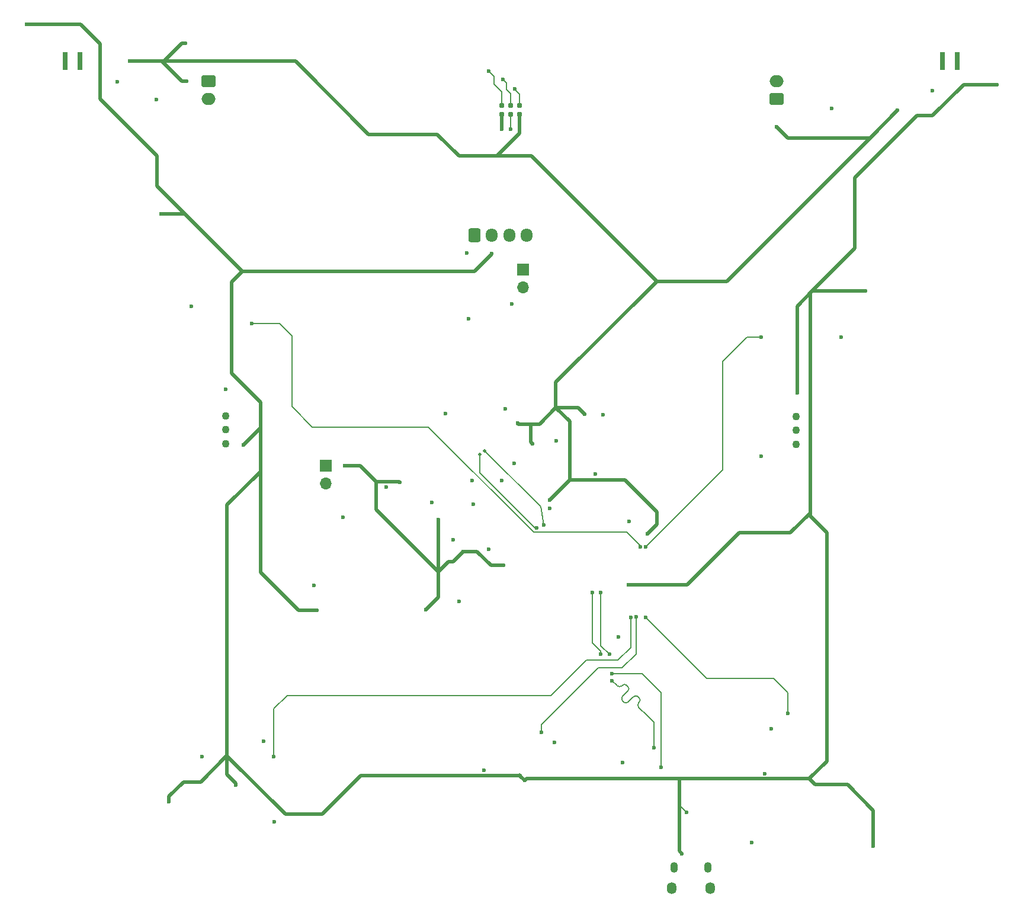
<source format=gbl>
G04 #@! TF.GenerationSoftware,KiCad,Pcbnew,8.0.2*
G04 #@! TF.CreationDate,2025-02-01T23:04:15-07:00*
G04 #@! TF.ProjectId,steering wheel v4,73746565-7269-46e6-9720-776865656c20,rev?*
G04 #@! TF.SameCoordinates,Original*
G04 #@! TF.FileFunction,Copper,L4,Bot*
G04 #@! TF.FilePolarity,Positive*
%FSLAX46Y46*%
G04 Gerber Fmt 4.6, Leading zero omitted, Abs format (unit mm)*
G04 Created by KiCad (PCBNEW 8.0.2) date 2025-02-01 23:04:15*
%MOMM*%
%LPD*%
G01*
G04 APERTURE LIST*
G04 Aperture macros list*
%AMRoundRect*
0 Rectangle with rounded corners*
0 $1 Rounding radius*
0 $2 $3 $4 $5 $6 $7 $8 $9 X,Y pos of 4 corners*
0 Add a 4 corners polygon primitive as box body*
4,1,4,$2,$3,$4,$5,$6,$7,$8,$9,$2,$3,0*
0 Add four circle primitives for the rounded corners*
1,1,$1+$1,$2,$3*
1,1,$1+$1,$4,$5*
1,1,$1+$1,$6,$7*
1,1,$1+$1,$8,$9*
0 Add four rect primitives between the rounded corners*
20,1,$1+$1,$2,$3,$4,$5,0*
20,1,$1+$1,$4,$5,$6,$7,0*
20,1,$1+$1,$6,$7,$8,$9,0*
20,1,$1+$1,$8,$9,$2,$3,0*%
G04 Aperture macros list end*
G04 #@! TA.AperFunction,ComponentPad*
%ADD10R,1.700000X1.700000*%
G04 #@! TD*
G04 #@! TA.AperFunction,ComponentPad*
%ADD11O,1.700000X1.700000*%
G04 #@! TD*
G04 #@! TA.AperFunction,ComponentPad*
%ADD12O,1.350000X1.700000*%
G04 #@! TD*
G04 #@! TA.AperFunction,ComponentPad*
%ADD13O,1.100000X1.500000*%
G04 #@! TD*
G04 #@! TA.AperFunction,ComponentPad*
%ADD14C,1.100000*%
G04 #@! TD*
G04 #@! TA.AperFunction,ComponentPad*
%ADD15R,0.750000X2.630000*%
G04 #@! TD*
G04 #@! TA.AperFunction,ComponentPad*
%ADD16RoundRect,0.250000X-0.600000X-0.725000X0.600000X-0.725000X0.600000X0.725000X-0.600000X0.725000X0*%
G04 #@! TD*
G04 #@! TA.AperFunction,ComponentPad*
%ADD17O,1.700000X1.950000*%
G04 #@! TD*
G04 #@! TA.AperFunction,ComponentPad*
%ADD18RoundRect,0.250000X-0.750000X0.600000X-0.750000X-0.600000X0.750000X-0.600000X0.750000X0.600000X0*%
G04 #@! TD*
G04 #@! TA.AperFunction,ComponentPad*
%ADD19O,2.000000X1.700000*%
G04 #@! TD*
G04 #@! TA.AperFunction,ComponentPad*
%ADD20RoundRect,0.250000X0.750000X-0.600000X0.750000X0.600000X-0.750000X0.600000X-0.750000X-0.600000X0*%
G04 #@! TD*
G04 #@! TA.AperFunction,ConnectorPad*
%ADD21C,0.787400*%
G04 #@! TD*
G04 #@! TA.AperFunction,ViaPad*
%ADD22C,0.600000*%
G04 #@! TD*
G04 #@! TA.AperFunction,ViaPad*
%ADD23C,0.500000*%
G04 #@! TD*
G04 #@! TA.AperFunction,Conductor*
%ADD24C,0.500000*%
G04 #@! TD*
G04 #@! TA.AperFunction,Conductor*
%ADD25C,0.200000*%
G04 #@! TD*
G04 APERTURE END LIST*
D10*
X125471122Y-89922913D03*
D11*
X125471122Y-92462913D03*
D12*
X174945000Y-150280000D03*
D13*
X175255000Y-147280000D03*
X180095000Y-147280000D03*
D12*
X180405000Y-150280000D03*
D10*
X153700000Y-61900000D03*
D11*
X153700000Y-64440000D03*
D14*
X192721122Y-82837913D03*
X192721122Y-84837913D03*
X192721122Y-86837913D03*
D15*
X213598622Y-32095413D03*
X215728622Y-32095413D03*
D16*
X146721122Y-56937913D03*
D17*
X149221122Y-56937913D03*
X151721122Y-56937913D03*
X154221122Y-56937913D03*
D18*
X108721122Y-34987913D03*
D19*
X108721122Y-37487913D03*
D15*
X90336122Y-32112913D03*
X88206122Y-32112913D03*
D14*
X111156122Y-86752913D03*
X111156122Y-84752913D03*
X111156122Y-82752913D03*
D20*
X189921122Y-37487913D03*
D19*
X189921122Y-34987913D03*
D21*
X153191122Y-39722913D03*
X153191122Y-38452913D03*
X151921122Y-39722913D03*
X151921122Y-38452913D03*
X150651122Y-39722913D03*
X150651122Y-38452913D03*
D22*
X95700000Y-35000000D03*
X152400000Y-89600000D03*
X199100000Y-71500000D03*
X146600000Y-95400000D03*
X123796122Y-107037913D03*
X187700000Y-88587500D03*
X157500000Y-96025000D03*
X142571122Y-82462913D03*
X107771122Y-131437913D03*
X106221122Y-67112913D03*
X151096122Y-81762913D03*
X118096122Y-140812913D03*
X111150000Y-78950000D03*
X165120000Y-82590000D03*
X143646122Y-100487913D03*
X101225000Y-37550000D03*
X167907500Y-132310000D03*
X189116122Y-127462913D03*
X197771122Y-38837913D03*
X188196122Y-133887913D03*
X150660000Y-41780000D03*
X164030000Y-91120000D03*
X158146122Y-129437913D03*
X145621122Y-59512913D03*
X116621122Y-129262913D03*
X146400000Y-92000000D03*
X127925000Y-97300000D03*
X134100000Y-92950000D03*
X150600000Y-92000000D03*
X148796122Y-101812913D03*
X144550000Y-109325000D03*
X186346122Y-143787913D03*
X212146122Y-36312913D03*
X168800000Y-97875000D03*
X152025000Y-66825000D03*
X158446122Y-86337913D03*
X167271122Y-114362913D03*
X140670000Y-95170000D03*
X148046122Y-133387913D03*
X145921122Y-68912913D03*
X105446122Y-29537913D03*
X150871122Y-104137913D03*
X152871122Y-83812913D03*
X132700000Y-95450000D03*
X136071122Y-92287913D03*
X207221122Y-39137913D03*
X155025000Y-86750000D03*
X97496122Y-32112913D03*
X157471122Y-94812913D03*
X171446122Y-99637913D03*
X145121122Y-102137913D03*
X141546122Y-97637913D03*
X162440000Y-82530000D03*
X139771122Y-110512913D03*
X105546122Y-34987913D03*
X189896122Y-41462913D03*
X128171122Y-89937913D03*
X101921122Y-53937913D03*
X221371122Y-35437913D03*
X153921122Y-134887913D03*
X176375000Y-145346043D03*
X203730000Y-144220000D03*
X112646122Y-135537913D03*
X82696122Y-26787913D03*
X177000000Y-139400000D03*
X113671122Y-86937913D03*
X103075000Y-137925000D03*
X168746122Y-106912913D03*
X124171122Y-110562913D03*
X195646122Y-135487913D03*
X202621122Y-64962913D03*
X192871122Y-79512913D03*
X149171122Y-59562913D03*
X151920000Y-41780000D03*
X152521122Y-36070000D03*
X148740000Y-33480000D03*
X150775000Y-34685000D03*
X156321122Y-128012913D03*
X169844464Y-111486407D03*
X191546122Y-125275413D03*
X171196122Y-111612913D03*
X169046122Y-111537913D03*
X118071122Y-131437913D03*
X187696122Y-71537913D03*
X171195577Y-101517522D03*
X166000000Y-116800000D03*
X164800000Y-108000000D03*
X156600000Y-98400000D03*
X173400000Y-133000000D03*
D23*
X148200003Y-87750000D03*
D22*
X166400000Y-119600000D03*
X163600000Y-108000000D03*
X155600000Y-98800000D03*
X166400000Y-120600000D03*
D23*
X147500000Y-88250000D03*
D22*
X164800000Y-116800000D03*
X172400000Y-130200000D03*
X170396122Y-101487913D03*
X114921122Y-69587913D03*
D24*
X150651122Y-41771122D02*
X150660000Y-41780000D01*
X150651122Y-39722913D02*
X150651122Y-41771122D01*
X160321122Y-83587913D02*
X158371122Y-81637913D01*
X141546122Y-105112913D02*
X141546122Y-97637913D01*
X147096122Y-102137913D02*
X149096122Y-104137913D01*
X128171122Y-89937913D02*
X130421122Y-89937913D01*
X102183622Y-32225413D02*
X104871122Y-29537913D01*
X121146122Y-32112913D02*
X121821122Y-32787913D01*
X153191122Y-39722913D02*
X153191122Y-42388878D01*
X154696122Y-83937913D02*
X154746122Y-83987913D01*
X130421122Y-89937913D02*
X132696122Y-92212913D01*
X132696122Y-92212913D02*
X132696122Y-95446122D01*
X152996122Y-83937913D02*
X154696122Y-83937913D01*
X168246122Y-91962913D02*
X172771122Y-96487913D01*
X152996122Y-83937913D02*
X152871122Y-83812913D01*
X149096122Y-104137913D02*
X150871122Y-104137913D01*
X132696122Y-95446122D02*
X132700000Y-95450000D01*
X102071122Y-32112913D02*
X101746122Y-32112913D01*
X135971122Y-92187913D02*
X136071122Y-92287913D01*
X172771122Y-63537913D02*
X158371122Y-77937913D01*
X101746122Y-32112913D02*
X121146122Y-32112913D01*
X141390000Y-42530000D02*
X144510000Y-45650000D01*
X191496122Y-43062913D02*
X189896122Y-41462913D01*
X143671122Y-103587913D02*
X145121122Y-102137913D01*
X172771122Y-98312913D02*
X171446122Y-99637913D01*
X203421122Y-42887913D02*
X203246122Y-43062913D01*
X131610000Y-42530000D02*
X141390000Y-42530000D01*
X141546122Y-108737913D02*
X141546122Y-105112913D01*
X154746122Y-83987913D02*
X156021122Y-83987913D01*
X141546122Y-105037913D02*
X141546122Y-105112913D01*
X104871122Y-29537913D02*
X105446122Y-29537913D01*
X142996122Y-103587913D02*
X141546122Y-105037913D01*
X162440000Y-82530000D02*
X161547913Y-81637913D01*
X172771122Y-63537913D02*
X164566605Y-55333395D01*
X158371122Y-77937913D02*
X158371122Y-81637913D01*
X153191122Y-42388878D02*
X149930000Y-45650000D01*
X160321122Y-91962913D02*
X160321122Y-83587913D01*
X207221122Y-39137913D02*
X203471122Y-42887913D01*
X156021122Y-83987913D02*
X156071122Y-83937913D01*
X104946122Y-34987913D02*
X102183622Y-32225413D01*
X143671122Y-103587913D02*
X142996122Y-103587913D01*
X182771122Y-63537913D02*
X172771122Y-63537913D01*
X132696122Y-95453878D02*
X132696122Y-96187913D01*
X132696122Y-96187913D02*
X141546122Y-105037913D01*
X172771122Y-96487913D02*
X172771122Y-98312913D01*
X203246122Y-43062913D02*
X191496122Y-43062913D01*
X132696122Y-92212913D02*
X132721122Y-92187913D01*
X158371122Y-81637913D02*
X156071122Y-83937913D01*
X160321122Y-91962913D02*
X168246122Y-91962913D01*
X203421122Y-42887913D02*
X182771122Y-63537913D01*
X145121122Y-102137913D02*
X147096122Y-102137913D01*
X203471122Y-42887913D02*
X203421122Y-42887913D01*
X149930000Y-45650000D02*
X154883210Y-45650000D01*
X132721122Y-92187913D02*
X135971122Y-92187913D01*
X154883210Y-45650000D02*
X164566605Y-55333395D01*
X104946122Y-34987913D02*
X105546122Y-34987913D01*
X161547913Y-81637913D02*
X158371122Y-81637913D01*
X139771122Y-110512913D02*
X141546122Y-108737913D01*
X154746122Y-83987913D02*
X154746122Y-86471122D01*
X144510000Y-45650000D02*
X149930000Y-45650000D01*
X132700000Y-95450000D02*
X132696122Y-95453878D01*
X121821122Y-32787913D02*
X121867913Y-32787913D01*
X157471122Y-94812913D02*
X160321122Y-91962913D01*
X154746122Y-86471122D02*
X155025000Y-86750000D01*
X97496122Y-32112913D02*
X101746122Y-32112913D01*
X102183622Y-32225413D02*
X102071122Y-32112913D01*
X121867913Y-32787913D02*
X131610000Y-42530000D01*
X191896122Y-99482913D02*
X184551122Y-99482913D01*
X194696122Y-96362913D02*
X194696122Y-97062913D01*
X119696122Y-139687913D02*
X111371122Y-131362913D01*
X107575000Y-135075000D02*
X105150000Y-135075000D01*
X123096122Y-110587913D02*
X123121122Y-110562913D01*
X112646122Y-135287913D02*
X112646122Y-135537913D01*
X111287087Y-131362913D02*
X107575000Y-135075000D01*
X112021122Y-76712913D02*
X116146122Y-80837913D01*
X93221122Y-29612913D02*
X93221122Y-37487913D01*
X154171122Y-134637913D02*
X153921122Y-134887913D01*
X192871122Y-67087913D02*
X194996122Y-64962913D01*
X212221122Y-39887913D02*
X216671122Y-35437913D01*
X116146122Y-84462913D02*
X113671122Y-86937913D01*
X102121122Y-53912913D02*
X105371122Y-53912913D01*
X195446122Y-135487913D02*
X194596122Y-134637913D01*
X101371122Y-49912913D02*
X105371122Y-53912913D01*
X153221122Y-134187913D02*
X130452087Y-134187913D01*
X216671122Y-35437913D02*
X221371122Y-35437913D01*
X191896122Y-99462913D02*
X194696122Y-96662913D01*
X194696122Y-97062913D02*
X197096122Y-99462913D01*
X176000000Y-138200000D02*
X176000000Y-144971043D01*
X121621122Y-110587913D02*
X123096122Y-110587913D01*
X201096122Y-48762913D02*
X209971122Y-39887913D01*
X197096122Y-132137913D02*
X194596122Y-134637913D01*
X111371122Y-131362913D02*
X111287087Y-131362913D01*
X90396122Y-26787913D02*
X82696122Y-26787913D01*
X116146122Y-84187913D02*
X116146122Y-84462913D01*
X153171122Y-134137913D02*
X153346122Y-134312913D01*
X101371122Y-45637913D02*
X101371122Y-49912913D01*
X116146122Y-80837913D02*
X116146122Y-84187913D01*
X203721122Y-144211122D02*
X203730000Y-144220000D01*
X111371122Y-127962913D02*
X111371122Y-131362913D01*
X202621122Y-64962913D02*
X194996122Y-64962913D01*
X111371122Y-134012913D02*
X112646122Y-135287913D01*
X194696122Y-96362913D02*
X194696122Y-65262913D01*
X192871122Y-79512913D02*
X192871122Y-67087913D01*
X195646122Y-135487913D02*
X195446122Y-135487913D01*
X191896122Y-99482913D02*
X191896122Y-99462913D01*
X200071122Y-135487913D02*
X203721122Y-139137913D01*
X146721122Y-62087913D02*
X149146122Y-59662913D01*
X195646122Y-135487913D02*
X200071122Y-135487913D01*
X124171122Y-110562913D02*
X123121122Y-110562913D01*
X176000000Y-144971043D02*
X176375000Y-145346043D01*
X111371122Y-127962913D02*
X111371122Y-95512913D01*
X201096122Y-58862913D02*
X201096122Y-48762913D01*
X180750000Y-134637913D02*
X154171122Y-134637913D01*
X105150000Y-135075000D02*
X103075000Y-137150000D01*
X103075000Y-137150000D02*
X103075000Y-137925000D01*
X116146122Y-90737913D02*
X116146122Y-84187913D01*
X212221122Y-39887913D02*
X209971122Y-39887913D01*
X116146122Y-90737913D02*
X116146122Y-105112913D01*
X111371122Y-95512913D02*
X116146122Y-90737913D01*
X194696122Y-96662913D02*
X194696122Y-96362913D01*
X124952087Y-139687913D02*
X119696122Y-139687913D01*
X113546122Y-62087913D02*
X146721122Y-62087913D01*
X197096122Y-99462913D02*
X197096122Y-132137913D01*
X111371122Y-134012913D02*
X111371122Y-127962913D01*
D25*
X177000000Y-139400000D02*
X176000000Y-138400000D01*
D24*
X130452087Y-134187913D02*
X124952087Y-139687913D01*
X105371122Y-53912913D02*
X113546122Y-62087913D01*
X203721122Y-139137913D02*
X203721122Y-144211122D01*
X90396122Y-26787913D02*
X93221122Y-29612913D01*
X184551122Y-99482913D02*
X177121122Y-106912913D01*
X93221122Y-37487913D02*
X101371122Y-45637913D01*
X112021122Y-63612913D02*
X112021122Y-76712913D01*
X153346122Y-134312913D02*
X153221122Y-134187913D01*
X113546122Y-62087913D02*
X112021122Y-63612913D01*
X153346122Y-134312913D02*
X153921122Y-134887913D01*
X116146122Y-105112913D02*
X121621122Y-110587913D01*
X194996122Y-64962913D02*
X201096122Y-58862913D01*
D25*
X176000000Y-138400000D02*
X176000000Y-138200000D01*
D24*
X177121122Y-106912913D02*
X168746122Y-106912913D01*
X194596122Y-134637913D02*
X180750000Y-134637913D01*
X194696122Y-65262913D02*
X194996122Y-64962913D01*
X176000000Y-134943956D02*
X176000000Y-138200000D01*
D25*
X151920000Y-41780000D02*
X151921122Y-41778878D01*
X151921122Y-41778878D02*
X151921122Y-39722913D01*
X152521122Y-36070000D02*
X152521122Y-36121122D01*
X152521122Y-36121122D02*
X153200000Y-36800000D01*
X153200000Y-36800000D02*
X153191122Y-36808878D01*
X153191122Y-36808878D02*
X153191122Y-38452913D01*
X149550000Y-34290000D02*
X149550000Y-35370000D01*
X149550000Y-35370000D02*
X150651122Y-36471122D01*
X148740000Y-33480000D02*
X149550000Y-34290000D01*
X150651122Y-36471122D02*
X150651122Y-38452913D01*
X151921122Y-36751122D02*
X151300000Y-36130000D01*
X151921122Y-38452913D02*
X151921122Y-36751122D01*
X151300000Y-35210000D02*
X150775000Y-34685000D01*
X151300000Y-36130000D02*
X151300000Y-35210000D01*
X156321122Y-126887913D02*
X164396122Y-118812913D01*
X167846122Y-118812913D02*
X169844464Y-116814571D01*
X156321122Y-126887913D02*
X156321122Y-128012913D01*
X169844464Y-116814571D02*
X169844464Y-111486407D01*
X164396122Y-118812913D02*
X167846122Y-118812913D01*
X189458622Y-120312913D02*
X191421122Y-122275413D01*
X179896122Y-120312913D02*
X189458622Y-120312913D01*
X191421122Y-122275413D02*
X191433622Y-122275413D01*
X191546122Y-122387913D02*
X191546122Y-125275413D01*
X171196122Y-111612913D02*
X179896122Y-120312913D01*
X191433622Y-122275413D02*
X191546122Y-122387913D01*
X169046122Y-115862913D02*
X167246122Y-117662913D01*
X118071122Y-124653878D02*
X119950000Y-122775000D01*
X157659036Y-122775000D02*
X157904518Y-122529518D01*
X169046122Y-111537913D02*
X169046122Y-115862913D01*
X119950000Y-122775000D02*
X157659036Y-122775000D01*
X167196122Y-117712913D02*
X162721122Y-117712913D01*
X167246122Y-117662913D02*
X167196122Y-117712913D01*
X157904518Y-122529518D02*
X162721122Y-117712913D01*
X118071122Y-131437913D02*
X118071122Y-124653878D01*
X182246122Y-74987913D02*
X185671122Y-71562913D01*
X182246122Y-90466977D02*
X182246122Y-74987913D01*
X187671122Y-71562913D02*
X187696122Y-71537913D01*
X171195577Y-101517522D02*
X182246122Y-90466977D01*
X185671122Y-71562913D02*
X187671122Y-71562913D01*
X156200000Y-95749997D02*
X156600000Y-98400000D01*
X164800000Y-115600000D02*
X166000000Y-116800000D01*
X148200003Y-87750000D02*
X156200000Y-95749997D01*
X170700000Y-119600000D02*
X166400000Y-119600000D01*
X173400000Y-133000000D02*
X173400000Y-122300000D01*
X173400000Y-122300000D02*
X170700000Y-119600000D01*
X164800000Y-108000000D02*
X164800000Y-115600000D01*
X167893875Y-123508089D02*
X168055095Y-123669309D01*
X168663207Y-122093875D02*
X168600982Y-122156101D01*
X168278542Y-122478542D02*
X167893875Y-122863208D01*
X171175000Y-125375000D02*
X172400000Y-126600000D01*
X170275410Y-123706077D02*
X170213183Y-123768301D01*
X168501988Y-121287775D02*
X168663208Y-121448995D01*
X168278541Y-122478542D02*
X168278542Y-122478542D01*
X167794882Y-121350001D02*
X167857106Y-121287774D01*
X166400000Y-120600000D02*
X167150000Y-121350000D01*
X170114189Y-122899975D02*
X170275409Y-123061195D01*
X168600982Y-122156101D02*
X168278541Y-122478542D01*
X155400000Y-98800000D02*
X155600000Y-98800000D01*
X164800000Y-116400000D02*
X164800000Y-116800000D01*
X163600000Y-115200000D02*
X164800000Y-116400000D01*
X170213184Y-124413183D02*
X170374404Y-124574404D01*
X147500000Y-88250000D02*
X147500000Y-90900000D01*
X170374404Y-124574404D02*
X171175000Y-125375000D01*
X147500000Y-90900000D02*
X155400000Y-98800000D01*
X172400000Y-126600000D02*
X172400000Y-130200000D01*
X169084642Y-123284642D02*
X169407081Y-122962200D01*
X169407081Y-122962200D02*
X169469307Y-122899974D01*
X163600000Y-108000000D02*
X163600000Y-115200000D01*
X168699976Y-123669309D02*
X169084642Y-123284642D01*
X168663208Y-121448995D02*
G75*
G02*
X168663173Y-122093840I-322408J-322405D01*
G01*
X170213183Y-123768301D02*
G75*
G03*
X170213225Y-124413141I322417J-322399D01*
G01*
X170275409Y-123061195D02*
G75*
G02*
X170275374Y-123706040I-322409J-322405D01*
G01*
X168055095Y-123669309D02*
G75*
G03*
X168699976Y-123669310I322441J322441D01*
G01*
X167857106Y-121287774D02*
G75*
G02*
X168501941Y-121287821I322394J-322426D01*
G01*
X169469307Y-122899974D02*
G75*
G02*
X170114141Y-122900022I322393J-322426D01*
G01*
X167893875Y-122863208D02*
G75*
G03*
X167893923Y-123508040I322425J-322392D01*
G01*
X167150000Y-121350000D02*
G75*
G03*
X167794840Y-121349960I322400J322400D01*
G01*
X140162913Y-84362913D02*
X123571122Y-84362913D01*
X168508209Y-99400000D02*
X155200000Y-99400000D01*
X118871122Y-69587913D02*
X114921122Y-69587913D01*
X155200000Y-99400000D02*
X140162913Y-84362913D01*
X123571122Y-84362913D02*
X120646122Y-81437913D01*
X170396122Y-101287913D02*
X168508209Y-99400000D01*
X170396122Y-101487913D02*
X170396122Y-101287913D01*
X120646122Y-71362913D02*
X118871122Y-69587913D01*
X120646122Y-81437913D02*
X120646122Y-71362913D01*
M02*

</source>
